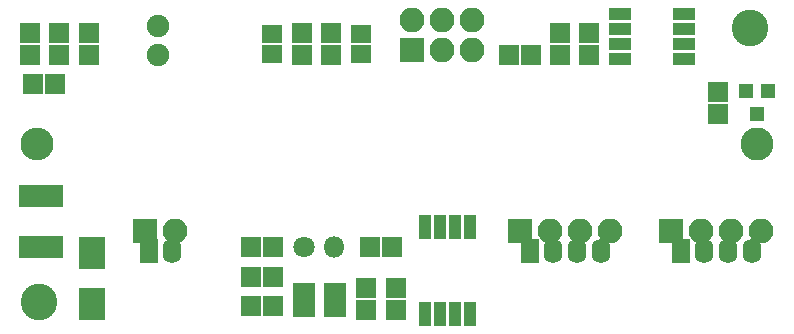
<source format=gts>
G04 #@! TF.GenerationSoftware,KiCad,Pcbnew,(5.0.0-rc2-160-g7b7355772)*
G04 #@! TF.CreationDate,2018-09-02T18:15:38+01:00*
G04 #@! TF.ProjectId,BMS_Cell_Module,424D535F43656C6C5F4D6F64756C652E,3.0*
G04 #@! TF.SameCoordinates,Original*
G04 #@! TF.FileFunction,Soldermask,Top*
G04 #@! TF.FilePolarity,Negative*
%FSLAX46Y46*%
G04 Gerber Fmt 4.6, Leading zero omitted, Abs format (unit mm)*
G04 Created by KiCad (PCBNEW (5.0.0-rc2-160-g7b7355772)) date 09/02/18 18:15:38*
%MOMM*%
%LPD*%
G01*
G04 APERTURE LIST*
%ADD10R,3.800000X1.825000*%
%ADD11R,1.800000X1.725000*%
%ADD12O,2.800000X2.800000*%
%ADD13C,2.800000*%
%ADD14R,2.100000X2.100000*%
%ADD15O,2.100000X2.100000*%
%ADD16R,2.200000X2.800000*%
%ADD17R,1.950000X1.000000*%
%ADD18R,1.050000X2.100000*%
%ADD19C,3.100000*%
%ADD20R,1.200000X1.300000*%
%ADD21C,1.900000*%
%ADD22R,1.725000X1.800000*%
%ADD23R,1.800000X1.550000*%
%ADD24R,1.600000X2.100000*%
%ADD25O,1.600000X2.100000*%
%ADD26C,1.800000*%
%ADD27O,1.800000X1.800000*%
%ADD28R,1.960000X1.050000*%
G04 APERTURE END LIST*
D10*
G04 #@! TO.C,F1*
X111000000Y-87637500D03*
X111000000Y-91962500D03*
G04 #@! TD*
D11*
G04 #@! TO.C,R2*
X133050000Y-75687500D03*
X133050000Y-73812500D03*
G04 #@! TD*
D12*
G04 #@! TO.C,R1*
X110640000Y-83250000D03*
D13*
X171600000Y-83250000D03*
G04 #@! TD*
D14*
G04 #@! TO.C,REF\002A\002A*
X164325000Y-90550000D03*
D15*
X166865000Y-90550000D03*
X169405000Y-90550000D03*
X171945000Y-90550000D03*
G04 #@! TD*
D16*
G04 #@! TO.C,D1*
X115315000Y-96730000D03*
X115315000Y-92410000D03*
G04 #@! TD*
D11*
G04 #@! TO.C,R8*
X154900000Y-75687500D03*
X154900000Y-73812500D03*
G04 #@! TD*
G04 #@! TO.C,R10*
X157400000Y-75687500D03*
X157400000Y-73812500D03*
G04 #@! TD*
D17*
G04 #@! TO.C,U2*
X165380000Y-72235000D03*
X165380000Y-73505000D03*
X165380000Y-74775000D03*
X165380000Y-76045000D03*
X159980000Y-76045000D03*
X159980000Y-74775000D03*
X159980000Y-73505000D03*
X159980000Y-72235000D03*
G04 #@! TD*
D18*
G04 #@! TO.C,U3*
X143465000Y-90270000D03*
X144735000Y-90270000D03*
X146005000Y-90270000D03*
X147275000Y-90270000D03*
X147275000Y-97570000D03*
X146005000Y-97570000D03*
X144735000Y-97570000D03*
X143465000Y-97570000D03*
G04 #@! TD*
D11*
G04 #@! TO.C,R5*
X115000000Y-73812500D03*
X115000000Y-75687500D03*
G04 #@! TD*
D19*
G04 #@! TO.C,REF\002A\002A*
X110800000Y-96600000D03*
G04 #@! TD*
G04 #@! TO.C,REF\002A\002A*
X171000000Y-73400000D03*
G04 #@! TD*
D20*
G04 #@! TO.C,Q1*
X171570000Y-80690000D03*
X170620000Y-78690000D03*
X172520000Y-78690000D03*
G04 #@! TD*
D21*
G04 #@! TO.C,TP1*
X120850000Y-75700000D03*
G04 #@! TD*
G04 #@! TO.C,TP2*
X120900000Y-73200000D03*
G04 #@! TD*
D22*
G04 #@! TO.C,C1*
X128762500Y-96950000D03*
X130637500Y-96950000D03*
G04 #@! TD*
G04 #@! TO.C,C3*
X110262500Y-78150000D03*
X112137500Y-78150000D03*
G04 #@! TD*
G04 #@! TO.C,C4*
X150562500Y-75700000D03*
X152437500Y-75700000D03*
G04 #@! TD*
G04 #@! TO.C,C5*
X140687500Y-91950000D03*
X138812500Y-91950000D03*
G04 #@! TD*
G04 #@! TO.C,C6*
X130637500Y-94450000D03*
X128762500Y-94450000D03*
G04 #@! TD*
G04 #@! TO.C,C2*
X130637500Y-91950000D03*
X128762500Y-91950000D03*
G04 #@! TD*
D23*
G04 #@! TO.C,D2*
X130550000Y-75600000D03*
X130550000Y-73900000D03*
G04 #@! TD*
G04 #@! TO.C,D4*
X138050000Y-73900000D03*
X138050000Y-75600000D03*
G04 #@! TD*
D11*
G04 #@! TO.C,R12*
X135550000Y-75687500D03*
X135550000Y-73812500D03*
G04 #@! TD*
G04 #@! TO.C,R3*
X141000000Y-97287500D03*
X141000000Y-95412500D03*
G04 #@! TD*
G04 #@! TO.C,R4*
X138500000Y-97287500D03*
X138500000Y-95412500D03*
G04 #@! TD*
G04 #@! TO.C,R6*
X112500000Y-73812500D03*
X112500000Y-75687500D03*
G04 #@! TD*
G04 #@! TO.C,R7*
X110000000Y-73812500D03*
X110000000Y-75687500D03*
G04 #@! TD*
G04 #@! TO.C,R9*
X168300000Y-78772500D03*
X168300000Y-80647500D03*
G04 #@! TD*
D24*
G04 #@! TO.C,J2*
X152350000Y-92300000D03*
D25*
X154350000Y-92300000D03*
X156350000Y-92300000D03*
X158350000Y-92300000D03*
G04 #@! TD*
D24*
G04 #@! TO.C,J3*
X165129762Y-92300000D03*
D25*
X167129762Y-92300000D03*
X169129762Y-92300000D03*
X171129762Y-92300000D03*
G04 #@! TD*
D14*
G04 #@! TO.C,ISP1*
X142400000Y-75250000D03*
D15*
X142400000Y-72710000D03*
X144940000Y-75250000D03*
X144940000Y-72710000D03*
X147480000Y-75250000D03*
X147480000Y-72710000D03*
G04 #@! TD*
D26*
G04 #@! TO.C,TH1*
X133275000Y-91950000D03*
D27*
X135815000Y-91950000D03*
G04 #@! TD*
D24*
G04 #@! TO.C,J1*
X120075000Y-92300000D03*
D25*
X122075000Y-92300000D03*
G04 #@! TD*
D28*
G04 #@! TO.C,U1*
X135900000Y-97350000D03*
X135900000Y-96400000D03*
X135900000Y-95450000D03*
X133200000Y-95450000D03*
X133200000Y-97350000D03*
X133200000Y-96400000D03*
G04 #@! TD*
D15*
G04 #@! TO.C,REF\002A\002A*
X159160000Y-90550000D03*
X156620000Y-90550000D03*
X154080000Y-90550000D03*
D14*
X151540000Y-90550000D03*
G04 #@! TD*
D15*
G04 #@! TO.C,REF\002A\002A*
X122340000Y-90550000D03*
D14*
X119800000Y-90550000D03*
G04 #@! TD*
M02*

</source>
